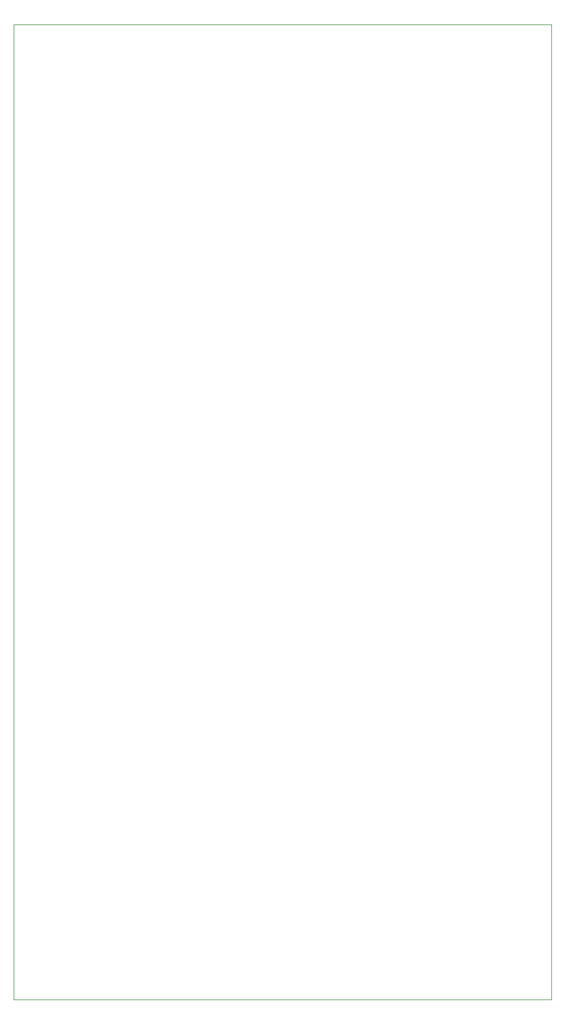
<source format=gbr>
G04 #@! TF.GenerationSoftware,KiCad,Pcbnew,5.1.6-c6e7f7d~87~ubuntu18.04.1*
G04 #@! TF.CreationDate,2020-08-29T05:24:03+09:00*
G04 #@! TF.ProjectId,flex10k70-eval,666c6578-3130-46b3-9730-2d6576616c2e,rev?*
G04 #@! TF.SameCoordinates,PX3b82600PY9fd5f80*
G04 #@! TF.FileFunction,Profile,NP*
%FSLAX46Y46*%
G04 Gerber Fmt 4.6, Leading zero omitted, Abs format (unit mm)*
G04 Created by KiCad (PCBNEW 5.1.6-c6e7f7d~87~ubuntu18.04.1) date 2020-08-29 05:24:03*
%MOMM*%
%LPD*%
G01*
G04 APERTURE LIST*
G04 #@! TA.AperFunction,Profile*
%ADD10C,0.050000*%
G04 #@! TD*
G04 APERTURE END LIST*
D10*
X0Y0D02*
X0Y145000000D01*
X80000000Y0D02*
X0Y0D01*
X80000000Y145000000D02*
X80000000Y0D01*
X0Y145000000D02*
X80000000Y145000000D01*
M02*

</source>
